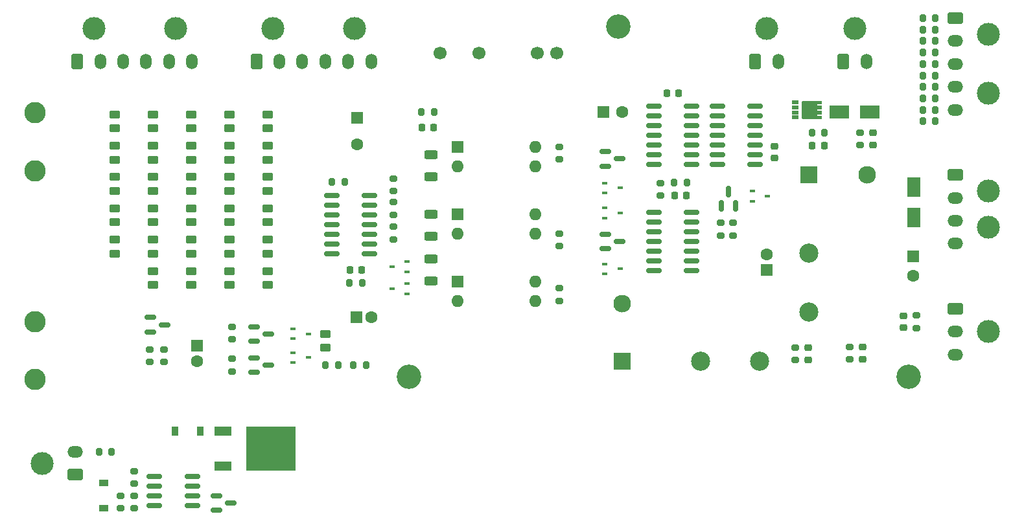
<source format=gts>
%TF.GenerationSoftware,KiCad,Pcbnew,(6.0.5)*%
%TF.CreationDate,2022-06-14T16:38:24+01:00*%
%TF.ProjectId,precharge,70726563-6861-4726-9765-2e6b69636164,rev?*%
%TF.SameCoordinates,Original*%
%TF.FileFunction,Soldermask,Top*%
%TF.FilePolarity,Negative*%
%FSLAX46Y46*%
G04 Gerber Fmt 4.6, Leading zero omitted, Abs format (unit mm)*
G04 Created by KiCad (PCBNEW (6.0.5)) date 2022-06-14 16:38:24*
%MOMM*%
%LPD*%
G01*
G04 APERTURE LIST*
G04 Aperture macros list*
%AMRoundRect*
0 Rectangle with rounded corners*
0 $1 Rounding radius*
0 $2 $3 $4 $5 $6 $7 $8 $9 X,Y pos of 4 corners*
0 Add a 4 corners polygon primitive as box body*
4,1,4,$2,$3,$4,$5,$6,$7,$8,$9,$2,$3,0*
0 Add four circle primitives for the rounded corners*
1,1,$1+$1,$2,$3*
1,1,$1+$1,$4,$5*
1,1,$1+$1,$6,$7*
1,1,$1+$1,$8,$9*
0 Add four rect primitives between the rounded corners*
20,1,$1+$1,$2,$3,$4,$5,0*
20,1,$1+$1,$4,$5,$6,$7,0*
20,1,$1+$1,$6,$7,$8,$9,0*
20,1,$1+$1,$8,$9,$2,$3,0*%
%AMFreePoly0*
4,1,43,1.580355,1.210355,1.595000,1.175000,1.595000,0.775000,1.580355,0.739645,1.545000,0.725000,0.975000,0.725000,0.975000,0.575000,1.545000,0.575000,1.580355,0.560355,1.595000,0.525000,1.595000,0.125000,1.580355,0.089645,1.545000,0.075000,0.975000,0.075000,0.975000,-0.075000,1.545000,-0.075000,1.580355,-0.089645,1.595000,-0.125000,1.595000,-0.525000,1.580355,-0.560355,
1.545000,-0.575000,0.975000,-0.575000,0.975000,-0.725000,1.545000,-0.725000,1.580355,-0.739645,1.595000,-0.775000,1.595000,-1.175000,1.580355,-1.210355,1.545000,-1.225000,0.925000,-1.225000,0.889645,-1.210355,0.875000,-1.175000,-0.925000,-1.175000,-0.960355,-1.160355,-0.975000,-1.125000,-0.975000,1.125000,-0.960355,1.160355,-0.925000,1.175000,0.875000,1.175000,0.889645,1.210355,
0.925000,1.225000,1.545000,1.225000,1.580355,1.210355,1.580355,1.210355,$1*%
G04 Aperture macros list end*
%ADD10C,1.700000*%
%ADD11RoundRect,0.200000X-0.200000X-0.275000X0.200000X-0.275000X0.200000X0.275000X-0.200000X0.275000X0*%
%ADD12RoundRect,0.150000X-0.587500X-0.150000X0.587500X-0.150000X0.587500X0.150000X-0.587500X0.150000X0*%
%ADD13R,0.700000X0.450000*%
%ADD14RoundRect,0.200000X-0.275000X0.200000X-0.275000X-0.200000X0.275000X-0.200000X0.275000X0.200000X0*%
%ADD15RoundRect,0.225000X0.225000X0.250000X-0.225000X0.250000X-0.225000X-0.250000X0.225000X-0.250000X0*%
%ADD16O,1.500000X2.020000*%
%ADD17RoundRect,0.250001X-0.499999X-0.759999X0.499999X-0.759999X0.499999X0.759999X-0.499999X0.759999X0*%
%ADD18C,3.000000*%
%ADD19RoundRect,0.250000X0.625000X-0.312500X0.625000X0.312500X-0.625000X0.312500X-0.625000X-0.312500X0*%
%ADD20RoundRect,0.150000X0.150000X-0.587500X0.150000X0.587500X-0.150000X0.587500X-0.150000X-0.587500X0*%
%ADD21RoundRect,0.250000X-0.450000X0.262500X-0.450000X-0.262500X0.450000X-0.262500X0.450000X0.262500X0*%
%ADD22O,2.020000X1.500000*%
%ADD23RoundRect,0.250001X-0.759999X0.499999X-0.759999X-0.499999X0.759999X-0.499999X0.759999X0.499999X0*%
%ADD24R,1.600000X1.600000*%
%ADD25C,1.600000*%
%ADD26FreePoly0,0.000000*%
%ADD27RoundRect,0.050000X-0.415000X-0.200000X0.415000X-0.200000X0.415000X0.200000X-0.415000X0.200000X0*%
%ADD28RoundRect,0.250000X0.450000X-0.262500X0.450000X0.262500X-0.450000X0.262500X-0.450000X-0.262500X0*%
%ADD29RoundRect,0.150000X-0.825000X-0.150000X0.825000X-0.150000X0.825000X0.150000X-0.825000X0.150000X0*%
%ADD30RoundRect,0.200000X0.275000X-0.200000X0.275000X0.200000X-0.275000X0.200000X-0.275000X-0.200000X0*%
%ADD31RoundRect,0.225000X-0.225000X-0.250000X0.225000X-0.250000X0.225000X0.250000X-0.225000X0.250000X0*%
%ADD32RoundRect,0.200000X0.200000X0.275000X-0.200000X0.275000X-0.200000X-0.275000X0.200000X-0.275000X0*%
%ADD33R,2.500000X1.800000*%
%ADD34R,2.300000X2.300000*%
%ADD35C,2.500000*%
%ADD36C,2.300000*%
%ADD37C,2.800000*%
%ADD38RoundRect,0.250000X-0.625000X0.312500X-0.625000X-0.312500X0.625000X-0.312500X0.625000X0.312500X0*%
%ADD39R,1.800000X2.500000*%
%ADD40RoundRect,0.218750X-0.218750X-0.256250X0.218750X-0.256250X0.218750X0.256250X-0.218750X0.256250X0*%
%ADD41RoundRect,0.225000X-0.250000X0.225000X-0.250000X-0.225000X0.250000X-0.225000X0.250000X0.225000X0*%
%ADD42C,3.200000*%
%ADD43RoundRect,0.218750X0.256250X-0.218750X0.256250X0.218750X-0.256250X0.218750X-0.256250X-0.218750X0*%
%ADD44RoundRect,0.250001X0.759999X-0.499999X0.759999X0.499999X-0.759999X0.499999X-0.759999X-0.499999X0*%
%ADD45O,1.600000X1.600000*%
%ADD46R,0.900000X1.200000*%
%ADD47R,1.200000X0.900000*%
%ADD48R,2.200000X1.200000*%
%ADD49R,6.400000X5.800000*%
%ADD50RoundRect,0.218750X-0.256250X0.218750X-0.256250X-0.218750X0.256250X-0.218750X0.256250X0.218750X0*%
G04 APERTURE END LIST*
D10*
X192420000Y-84650000D03*
X189880000Y-84650000D03*
X182260000Y-84650000D03*
X177180000Y-84650000D03*
D11*
X240275000Y-93600000D03*
X241925000Y-93600000D03*
D12*
X139362500Y-119250000D03*
X139362500Y-121150000D03*
X141237500Y-120200000D03*
D13*
X158000000Y-123850000D03*
X158000000Y-125150000D03*
X160000000Y-124500000D03*
D11*
X174775000Y-92400000D03*
X176425000Y-92400000D03*
D14*
X215500000Y-106875000D03*
X215500000Y-108525000D03*
D15*
X208375000Y-89900000D03*
X206825000Y-89900000D03*
D16*
X232875000Y-85800000D03*
D17*
X229875000Y-85800000D03*
D18*
X231375000Y-81480000D03*
D11*
X240250000Y-84600000D03*
X241900000Y-84600000D03*
D15*
X209375000Y-103300000D03*
X207825000Y-103300000D03*
D19*
X176000000Y-114500000D03*
X176000000Y-111575000D03*
D20*
X213950000Y-104637500D03*
X215850000Y-104637500D03*
X214900000Y-102762500D03*
D21*
X149700000Y-109087500D03*
X149700000Y-110912500D03*
X144700000Y-100887500D03*
X144700000Y-102712500D03*
D11*
X240275000Y-80100000D03*
X241925000Y-80100000D03*
D22*
X244530000Y-92100000D03*
X244530000Y-89100000D03*
X244530000Y-86100000D03*
X244530000Y-83100000D03*
D23*
X244530000Y-80100000D03*
D18*
X248850000Y-89950000D03*
X248850000Y-82250000D03*
D24*
X166400000Y-93147349D03*
D25*
X166400000Y-96647349D03*
D12*
X148000000Y-142560000D03*
X148000000Y-144460000D03*
X149875000Y-143510000D03*
D14*
X171090000Y-107370000D03*
X171090000Y-109020000D03*
D21*
X162200000Y-121387500D03*
X162200000Y-123212500D03*
D14*
X137200000Y-142560000D03*
X137200000Y-144210000D03*
D26*
X225500000Y-92100000D03*
D27*
X223560000Y-93075000D03*
X223560000Y-92425000D03*
X223560000Y-91775000D03*
X223560000Y-91125000D03*
D28*
X154700000Y-98612500D03*
X154700000Y-96787500D03*
D29*
X205125000Y-91590000D03*
X205125000Y-92860000D03*
X205125000Y-94130000D03*
X205125000Y-95400000D03*
X205125000Y-96670000D03*
X205125000Y-97940000D03*
X205125000Y-99210000D03*
X210075000Y-99210000D03*
X210075000Y-97940000D03*
X210075000Y-96670000D03*
X210075000Y-95400000D03*
X210075000Y-94130000D03*
X210075000Y-92860000D03*
X210075000Y-91590000D03*
D13*
X198700000Y-112250000D03*
X198700000Y-113550000D03*
X200700000Y-112900000D03*
D30*
X150000000Y-126325000D03*
X150000000Y-124675000D03*
D29*
X210075000Y-105490000D03*
X210075000Y-106760000D03*
X210075000Y-108030000D03*
X210075000Y-109300000D03*
X210075000Y-110570000D03*
X210075000Y-111840000D03*
X210075000Y-113110000D03*
X205125000Y-113110000D03*
X205125000Y-111840000D03*
X205125000Y-110570000D03*
X205125000Y-109300000D03*
X205125000Y-108030000D03*
X205125000Y-106760000D03*
X205125000Y-105490000D03*
D31*
X165425000Y-113000000D03*
X166975000Y-113000000D03*
D19*
X176000000Y-108662500D03*
X176000000Y-105737500D03*
D32*
X209425000Y-101600000D03*
X207775000Y-101600000D03*
D11*
X165875000Y-125450000D03*
X167525000Y-125450000D03*
D21*
X139700000Y-100887500D03*
X139700000Y-102712500D03*
D30*
X230700000Y-124725000D03*
X230700000Y-123075000D03*
D11*
X162225000Y-125450000D03*
X163875000Y-125450000D03*
D12*
X198762500Y-97550000D03*
X198762500Y-99450000D03*
X200637500Y-98500000D03*
D24*
X219900000Y-113000000D03*
D25*
X219900000Y-111000000D03*
D33*
X233375000Y-92400000D03*
X229375000Y-92400000D03*
D11*
X165375000Y-114700000D03*
X167025000Y-114700000D03*
D28*
X154700000Y-106812500D03*
X154700000Y-104987500D03*
X134700000Y-102712500D03*
X134700000Y-100887500D03*
D29*
X163025000Y-103290000D03*
X163025000Y-104560000D03*
X163025000Y-105830000D03*
X163025000Y-107100000D03*
X163025000Y-108370000D03*
X163025000Y-109640000D03*
X163025000Y-110910000D03*
X167975000Y-110910000D03*
X167975000Y-109640000D03*
X167975000Y-108370000D03*
X167975000Y-107100000D03*
X167975000Y-105830000D03*
X167975000Y-104560000D03*
X167975000Y-103290000D03*
D24*
X239000000Y-111300000D03*
D25*
X239000000Y-113800000D03*
D12*
X152862500Y-120450000D03*
X152862500Y-122350000D03*
X154737500Y-121400000D03*
D30*
X213900000Y-108525000D03*
X213900000Y-106875000D03*
D34*
X225400000Y-100625000D03*
D35*
X225400000Y-110825000D03*
X225400000Y-118525000D03*
D36*
X233000000Y-100625000D03*
D11*
X240275000Y-87600000D03*
X241925000Y-87600000D03*
D21*
X154700000Y-92687500D03*
X154700000Y-94512500D03*
D37*
X124300000Y-127385000D03*
X124300000Y-119785000D03*
X124300000Y-100085000D03*
X124300000Y-92485000D03*
D30*
X139300000Y-125100000D03*
X139300000Y-123450000D03*
D28*
X139700000Y-106812500D03*
X139700000Y-104987500D03*
D13*
X218000000Y-102750000D03*
X218000000Y-104050000D03*
X220000000Y-103400000D03*
D22*
X244530000Y-109600000D03*
X244530000Y-106600000D03*
X244530000Y-103600000D03*
D23*
X244530000Y-100600000D03*
D18*
X248850000Y-102750000D03*
X248850000Y-107450000D03*
D38*
X176000000Y-97937500D03*
X176000000Y-100862500D03*
D14*
X150000000Y-120475000D03*
X150000000Y-122125000D03*
D34*
X201025000Y-125000000D03*
D35*
X211225000Y-125000000D03*
X218925000Y-125000000D03*
D36*
X201025000Y-117400000D03*
D11*
X240275000Y-90600000D03*
X241925000Y-90600000D03*
D13*
X172900000Y-116150000D03*
X172900000Y-114850000D03*
X170900000Y-115500000D03*
D39*
X239100000Y-106200000D03*
X239100000Y-102200000D03*
D24*
X198517621Y-92400000D03*
D25*
X201017621Y-92400000D03*
D21*
X139700000Y-109087500D03*
X139700000Y-110912500D03*
D12*
X198762500Y-108350000D03*
X198762500Y-110250000D03*
X200637500Y-109300000D03*
D13*
X158000000Y-120750000D03*
X158000000Y-122050000D03*
X160000000Y-121400000D03*
D14*
X141100000Y-123450000D03*
X141100000Y-125100000D03*
D28*
X139700000Y-115012500D03*
X139700000Y-113187500D03*
D21*
X134700000Y-104987500D03*
X134700000Y-106812500D03*
D24*
X145462500Y-122944888D03*
D25*
X145462500Y-124944888D03*
D28*
X149700000Y-106812500D03*
X149700000Y-104987500D03*
D40*
X174812500Y-94400000D03*
X176387500Y-94400000D03*
D11*
X240275000Y-92100000D03*
X241925000Y-92100000D03*
D21*
X144700000Y-109087500D03*
X144700000Y-110912500D03*
X154700000Y-100887500D03*
X154700000Y-102712500D03*
D14*
X206000000Y-101675000D03*
X206000000Y-103325000D03*
D28*
X134700000Y-109087500D03*
X134700000Y-110912500D03*
D29*
X213425000Y-91590000D03*
X213425000Y-92860000D03*
X213425000Y-94130000D03*
X213425000Y-95400000D03*
X213425000Y-96670000D03*
X213425000Y-97940000D03*
X213425000Y-99210000D03*
X218375000Y-99210000D03*
X218375000Y-97940000D03*
X218375000Y-96670000D03*
X218375000Y-95400000D03*
X218375000Y-94130000D03*
X218375000Y-92860000D03*
X218375000Y-91590000D03*
D12*
X152862500Y-124550000D03*
X152862500Y-126450000D03*
X154737500Y-125500000D03*
D41*
X220900000Y-96825000D03*
X220900000Y-98375000D03*
D11*
X240250000Y-86100000D03*
X241900000Y-86100000D03*
D21*
X149700000Y-100887500D03*
X149700000Y-102712500D03*
D11*
X240275000Y-83100000D03*
X241925000Y-83100000D03*
D24*
X166244888Y-119200000D03*
D25*
X168244888Y-119200000D03*
D42*
X173100000Y-127000000D03*
D28*
X154700000Y-115012500D03*
X154700000Y-113187500D03*
D32*
X164725000Y-101500000D03*
X163075000Y-101500000D03*
D11*
X240275000Y-81600000D03*
X241925000Y-81600000D03*
D42*
X238400000Y-127000000D03*
X200500000Y-81200000D03*
D43*
X232400000Y-124687500D03*
X232400000Y-123112500D03*
D13*
X198700000Y-101650000D03*
X198700000Y-102950000D03*
X200700000Y-102300000D03*
X172900000Y-113250000D03*
X172900000Y-111950000D03*
X170900000Y-112600000D03*
D30*
X137200000Y-139335000D03*
X137200000Y-140985000D03*
D14*
X171090000Y-101070000D03*
X171090000Y-102720000D03*
D16*
X221375000Y-85800000D03*
D17*
X218375000Y-85800000D03*
D18*
X219875000Y-81480000D03*
D28*
X139700000Y-98612500D03*
X139700000Y-96787500D03*
D22*
X129545000Y-136825000D03*
D44*
X129545000Y-139825000D03*
D18*
X125225000Y-138325000D03*
D32*
X134300000Y-136825000D03*
X132650000Y-136825000D03*
D24*
X179450000Y-105725000D03*
D45*
X179450000Y-108265000D03*
X189610000Y-108265000D03*
X189610000Y-105725000D03*
D21*
X149700000Y-92687500D03*
X149700000Y-94512500D03*
X154700000Y-109087500D03*
X154700000Y-110912500D03*
D16*
X168200000Y-85770000D03*
X165200000Y-85770000D03*
X162200000Y-85770000D03*
X159200000Y-85770000D03*
X156200000Y-85770000D03*
D17*
X153200000Y-85770000D03*
D18*
X155350000Y-81450000D03*
X166050000Y-81450000D03*
D14*
X171090000Y-104170000D03*
X171090000Y-105820000D03*
D30*
X192800000Y-98590000D03*
X192800000Y-96940000D03*
D40*
X225812500Y-96800000D03*
X227387500Y-96800000D03*
D30*
X239400000Y-120625000D03*
X239400000Y-118975000D03*
D21*
X144700000Y-92687500D03*
X144700000Y-94512500D03*
X134700000Y-96787500D03*
X134700000Y-98612500D03*
D22*
X244530000Y-124100000D03*
X244530000Y-121100000D03*
D23*
X244530000Y-118100000D03*
D18*
X248850000Y-121100000D03*
D29*
X144850000Y-140020000D03*
X144850000Y-141290000D03*
X144850000Y-142560000D03*
X144850000Y-143830000D03*
X139900000Y-143830000D03*
X139900000Y-142560000D03*
X139900000Y-141290000D03*
X139900000Y-140020000D03*
D24*
X179450000Y-96925000D03*
D45*
X179450000Y-99465000D03*
X189610000Y-99465000D03*
X189610000Y-96925000D03*
D28*
X144700000Y-106812500D03*
X144700000Y-104987500D03*
D46*
X142550000Y-134100000D03*
X145850000Y-134100000D03*
D21*
X139700000Y-92687500D03*
X139700000Y-94512500D03*
D30*
X135500000Y-144210000D03*
X135500000Y-142560000D03*
D28*
X149700000Y-98612500D03*
X149700000Y-96787500D03*
D47*
X133300000Y-144210000D03*
X133300000Y-140910000D03*
D14*
X232100000Y-95075000D03*
X232100000Y-96725000D03*
D43*
X237700000Y-120587500D03*
X237700000Y-119012500D03*
D28*
X149700000Y-115012500D03*
X149700000Y-113187500D03*
D43*
X225300000Y-124787500D03*
X225300000Y-123212500D03*
D28*
X144700000Y-98612500D03*
X144700000Y-96787500D03*
D13*
X198700000Y-104950000D03*
X198700000Y-106250000D03*
X200700000Y-105600000D03*
D24*
X179450000Y-114525000D03*
D45*
X179450000Y-117065000D03*
X189610000Y-117065000D03*
X189610000Y-114525000D03*
D28*
X144700000Y-115012500D03*
X144700000Y-113187500D03*
D16*
X144800000Y-85770000D03*
X141800000Y-85770000D03*
X138800000Y-85770000D03*
X135800000Y-85770000D03*
X132800000Y-85770000D03*
D17*
X129800000Y-85770000D03*
D18*
X131950000Y-81450000D03*
X142650000Y-81450000D03*
D48*
X148800000Y-138660000D03*
D49*
X155100000Y-136380000D03*
D48*
X148800000Y-134100000D03*
D14*
X192800000Y-108275000D03*
X192800000Y-109925000D03*
D30*
X192800000Y-117100000D03*
X192800000Y-115450000D03*
D50*
X233800000Y-95112500D03*
X233800000Y-96687500D03*
D11*
X225775000Y-95100000D03*
X227425000Y-95100000D03*
D28*
X134700000Y-94512500D03*
X134700000Y-92687500D03*
D30*
X223600000Y-124825000D03*
X223600000Y-123175000D03*
D11*
X240275000Y-89100000D03*
X241925000Y-89100000D03*
M02*

</source>
